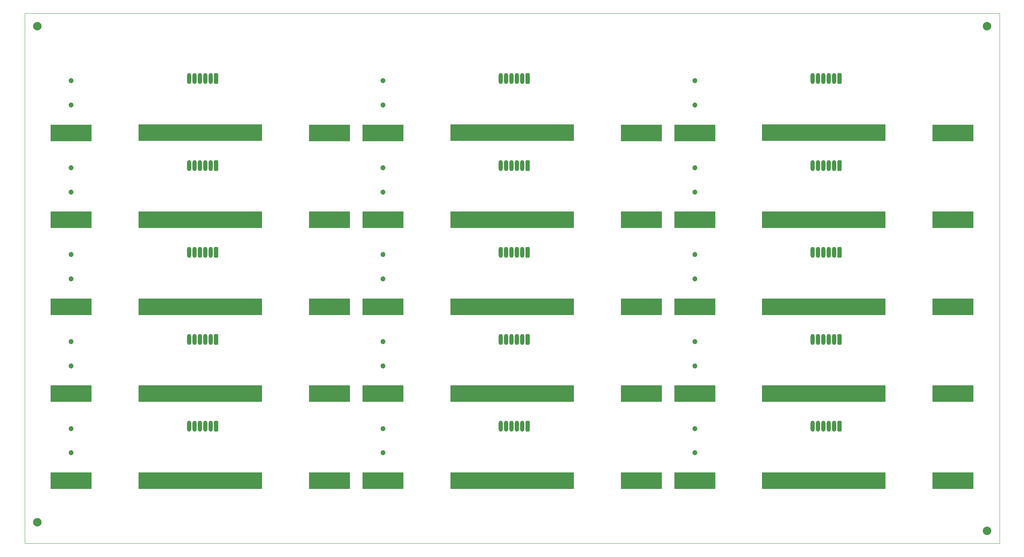
<source format=gbs>
G04*
G04 #@! TF.GenerationSoftware,Altium Limited,Altium Designer,21.4.1 (30)*
G04*
G04 Layer_Color=16711935*
%FSLAX44Y44*%
%MOMM*%
G71*
G04*
G04 #@! TF.SameCoordinates,2D73B175-FFCD-4784-8361-F00341A9FACE*
G04*
G04*
G04 #@! TF.FilePolarity,Negative*
G04*
G01*
G75*
%ADD41C,0.1000*%
%ADD44C,2.0000*%
G04:AMPARAMS|DCode=68|XSize=2.6032mm|YSize=0.9632mm|CornerRadius=0mm|HoleSize=0mm|Usage=FLASHONLY|Rotation=270.000|XOffset=0mm|YOffset=0mm|HoleType=Round|Shape=Octagon|*
%AMOCTAGOND68*
4,1,8,-0.2408,-1.3016,0.2408,-1.3016,0.4816,-1.0608,0.4816,1.0608,0.2408,1.3016,-0.2408,1.3016,-0.4816,1.0608,-0.4816,-1.0608,-0.2408,-1.3016,0.0*
%
%ADD68OCTAGOND68*%

%ADD69O,0.9632X2.6032*%
%ADD75R,9.7032X4.0032*%
%ADD79R,29.2032X4.0032*%
%ADD82C,1.2032*%
D41*
X2300000Y0D02*
Y1252400D01*
X-0Y0D02*
X0Y1252400D01*
X-0D02*
X2300000D01*
X0Y0D02*
X2300000D01*
D44*
X30000Y1222400D02*
D03*
Y50000D02*
D03*
X2270000Y30000D02*
D03*
Y1222400D02*
D03*
D68*
X451400Y276900D02*
D03*
X1186800D02*
D03*
X1922200D02*
D03*
X451400Y482271D02*
D03*
X1186800D02*
D03*
X1922200D02*
D03*
X451400Y687643D02*
D03*
X1186800D02*
D03*
X1922200D02*
D03*
X451400Y893014D02*
D03*
X1186800D02*
D03*
X1922200D02*
D03*
X451400Y1098385D02*
D03*
X1186800D02*
D03*
X1922200D02*
D03*
D69*
X387900Y276900D02*
D03*
X426000D02*
D03*
X400600D02*
D03*
X438700D02*
D03*
X413300D02*
D03*
X1123300D02*
D03*
X1161400D02*
D03*
X1136000D02*
D03*
X1174100D02*
D03*
X1148700D02*
D03*
X1858700D02*
D03*
X1896800D02*
D03*
X1871400D02*
D03*
X1909500D02*
D03*
X1884100D02*
D03*
X387900Y482271D02*
D03*
X426000D02*
D03*
X400600D02*
D03*
X438700D02*
D03*
X413300D02*
D03*
X1123300D02*
D03*
X1161400D02*
D03*
X1136000D02*
D03*
X1174100D02*
D03*
X1148700D02*
D03*
X1858700D02*
D03*
X1896800D02*
D03*
X1871400D02*
D03*
X1909500D02*
D03*
X1884100D02*
D03*
X387900Y687643D02*
D03*
X426000D02*
D03*
X400600D02*
D03*
X438700D02*
D03*
X413300D02*
D03*
X1123300D02*
D03*
X1161400D02*
D03*
X1136000D02*
D03*
X1174100D02*
D03*
X1148700D02*
D03*
X1858700D02*
D03*
X1896800D02*
D03*
X1871400D02*
D03*
X1909500D02*
D03*
X1884100D02*
D03*
X387900Y893014D02*
D03*
X426000D02*
D03*
X400600D02*
D03*
X438700D02*
D03*
X413300D02*
D03*
X1123300D02*
D03*
X1161400D02*
D03*
X1136000D02*
D03*
X1174100D02*
D03*
X1148700D02*
D03*
X1858700D02*
D03*
X1896800D02*
D03*
X1871400D02*
D03*
X1909500D02*
D03*
X1884100D02*
D03*
X387900Y1098385D02*
D03*
X426000D02*
D03*
X400600D02*
D03*
X438700D02*
D03*
X413300D02*
D03*
X1123300D02*
D03*
X1161400D02*
D03*
X1136000D02*
D03*
X1174100D02*
D03*
X1148700D02*
D03*
X1858700D02*
D03*
X1896800D02*
D03*
X1871400D02*
D03*
X1909500D02*
D03*
X1884100D02*
D03*
D75*
X109900Y148700D02*
D03*
X719400D02*
D03*
X845300D02*
D03*
X1454800D02*
D03*
X1580700D02*
D03*
X2190200D02*
D03*
X109900Y354071D02*
D03*
X719400D02*
D03*
X845300D02*
D03*
X1454800D02*
D03*
X1580700D02*
D03*
X2190200D02*
D03*
X109900Y559443D02*
D03*
X719400D02*
D03*
X845300D02*
D03*
X1454800D02*
D03*
X1580700D02*
D03*
X2190200D02*
D03*
X109900Y764814D02*
D03*
X719400D02*
D03*
X845300D02*
D03*
X1454800D02*
D03*
X1580700D02*
D03*
X2190200D02*
D03*
X109900Y970185D02*
D03*
X719400D02*
D03*
X845300D02*
D03*
X1454800D02*
D03*
X1580700D02*
D03*
X2190200D02*
D03*
D79*
X414500Y148800D02*
D03*
X1149900D02*
D03*
X1885300D02*
D03*
X414500Y354171D02*
D03*
X1149900D02*
D03*
X1885300D02*
D03*
X414500Y559543D02*
D03*
X1149900D02*
D03*
X1885300D02*
D03*
X414500Y764914D02*
D03*
X1149900D02*
D03*
X1885300D02*
D03*
X414500Y970285D02*
D03*
X1149900D02*
D03*
X1885300D02*
D03*
D82*
X109900Y271600D02*
D03*
Y214300D02*
D03*
X845300Y271600D02*
D03*
Y214300D02*
D03*
X1580700Y271600D02*
D03*
Y214300D02*
D03*
X109900Y476971D02*
D03*
Y419671D02*
D03*
X845300Y476971D02*
D03*
Y419671D02*
D03*
X1580700Y476971D02*
D03*
Y419671D02*
D03*
X109900Y682343D02*
D03*
Y625043D02*
D03*
X845300Y682343D02*
D03*
Y625043D02*
D03*
X1580700Y682343D02*
D03*
Y625043D02*
D03*
X109900Y887714D02*
D03*
Y830414D02*
D03*
X845300Y887714D02*
D03*
Y830414D02*
D03*
X1580700Y887714D02*
D03*
Y830414D02*
D03*
X109900Y1093085D02*
D03*
Y1035786D02*
D03*
X845300Y1093085D02*
D03*
Y1035786D02*
D03*
X1580700Y1093085D02*
D03*
Y1035786D02*
D03*
M02*

</source>
